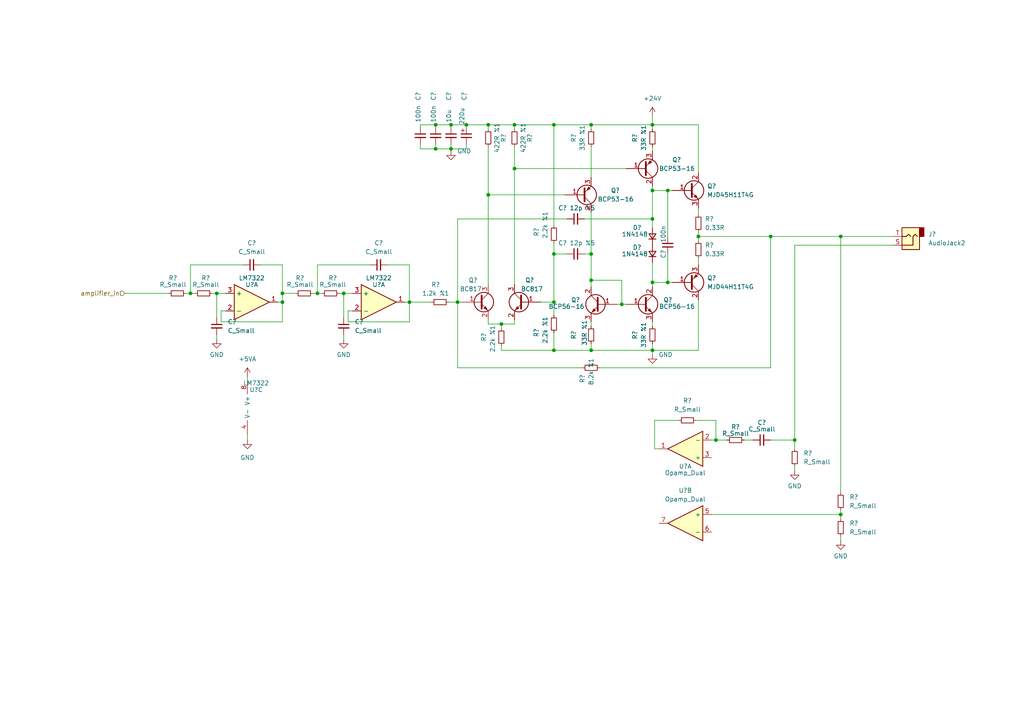
<source format=kicad_sch>
(kicad_sch (version 20211123) (generator eeschema)
  (paper "A4")
  (lib_symbols
    (symbol "Connector:AudioJack2"
      (property "Reference" "J" (at 0 8.89 0))
      (property "Value" "AudioJack2" (at 0 6.35 0))
      (symbol "AudioJack2_0_1"
        (rectangle (start -3.81 0) (end -2.54 -2.54) (stroke (width 0.254)) (fill (type outline)))
        (rectangle (start -2.54 3.81) (end 2.54 -2.54) (stroke (width 0.254)) (fill (type background)))
        (polyline (pts (xy 0 0) (xy 0.635 -0.635) (xy 1.27 0) (xy 2.54 0)) (stroke (width 0.254)))
        (polyline (pts (xy 2.54 2.54) (xy -0.635 2.54) (xy -0.635 0) (xy -1.27 -0.635) (xy -1.905 0)) (stroke (width 0.254)))
      )
      (symbol "AudioJack2_1_1"
        (pin passive line (at 5.08 2.54 180) (length 2.54) (name "~") (number "S"))
        (pin passive line (at 5.08 0 180) (length 2.54) (name "~") (number "T"))
      )
    )
    (symbol "Device:C_Small" (pin_numbers hide) (pin_names (offset 0.254) hide)
      (property "Reference" "C" (at 0.254 1.778 0))
      (property "Value" "C_Small" (at 0.254 -2.032 0))
      (symbol "C_Small_0_1"
        (polyline (pts (xy -1.524 -0.508) (xy 1.524 -0.508)) (stroke (width 0.3302)))
        (polyline (pts (xy -1.524 0.508) (xy 1.524 0.508)) (stroke (width 0.3048)))
      )
      (symbol "C_Small_1_1"
        (pin passive line (at 0 2.54 270) (length 2.032) (name "~") (number "1"))
        (pin passive line (at 0 -2.54 90) (length 2.032) (name "~") (number "2"))
      )
    )
    (symbol "Device:D_Small" (pin_numbers hide) (pin_names (offset 0.254) hide)
      (property "Reference" "D" (at -1.27 2.032 0))
      (property "Value" "D_Small" (at -3.81 -2.032 0))
      (symbol "D_Small_0_1"
        (polyline (pts (xy -0.762 -1.016) (xy -0.762 1.016)) (stroke (width 0.254)))
        (polyline (pts (xy -0.762 0) (xy 0.762 0)))
        (polyline (pts (xy 0.762 -1.016) (xy -0.762 0) (xy 0.762 1.016) (xy 0.762 -1.016)) (stroke (width 0.254)))
      )
      (symbol "D_Small_1_1"
        (pin passive line (at -2.54 0 0) (length 1.778) (name "K") (number "1"))
        (pin passive line (at 2.54 0 180) (length 1.778) (name "A") (number "2"))
      )
    )
    (symbol "Device:Opamp_Dual"
      (property "Reference" "U" (at 0 5.08 0))
      (property "Value" "Opamp_Dual" (at 0 -5.08 0))
      (symbol "Opamp_Dual_1_1"
        (polyline (pts (xy -5.08 5.08) (xy 5.08 0) (xy -5.08 -5.08) (xy -5.08 5.08)) (stroke (width 0.254)) (fill (type background)))
        (pin output line (at 7.62 0 180) (length 2.54) (name "~") (number "1"))
        (pin input line (at -7.62 -2.54 0) (length 2.54) (name "-") (number "2"))
        (pin input line (at -7.62 2.54 0) (length 2.54) (name "+") (number "3"))
      )
      (symbol "Opamp_Dual_2_1"
        (polyline (pts (xy -5.08 5.08) (xy 5.08 0) (xy -5.08 -5.08) (xy -5.08 5.08)) (stroke (width 0.254)) (fill (type background)))
        (pin input line (at -7.62 2.54 0) (length 2.54) (name "+") (number "5"))
        (pin input line (at -7.62 -2.54 0) (length 2.54) (name "-") (number "6"))
        (pin output line (at 7.62 0 180) (length 2.54) (name "~") (number "7"))
      )
      (symbol "Opamp_Dual_3_1"
        (pin power_in line (at -2.54 -7.62 90) (length 3.81) (name "V-") (number "4"))
        (pin power_in line (at -2.54 7.62 270) (length 3.81) (name "V+") (number "8"))
      )
    )
    (symbol "Device:Q_NPN_BCE" (pin_names (offset 0) hide)
      (property "Reference" "Q" (at 5.08 1.27 0))
      (property "Value" "Q_NPN_BCE" (at 5.08 -1.27 0))
      (symbol "Q_NPN_BCE_0_1"
        (polyline (pts (xy 0.635 0.635) (xy 2.54 2.54)))
        (polyline (pts (xy 0.635 -0.635) (xy 2.54 -2.54) (xy 2.54 -2.54)))
        (polyline (pts (xy 0.635 1.905) (xy 0.635 -1.905) (xy 0.635 -1.905)) (stroke (width 0.508)))
        (polyline (pts (xy 1.27 -1.778) (xy 1.778 -1.27) (xy 2.286 -2.286) (xy 1.27 -1.778) (xy 1.27 -1.778)) (fill (type outline)))
        (circle (center 1.27 0) (radius 2.8194) (stroke (width 0.254)))
      )
      (symbol "Q_NPN_BCE_1_1"
        (pin input line (at -5.08 0 0) (length 5.715) (name "B") (number "1"))
        (pin passive line (at 2.54 5.08 270) (length 2.54) (name "C") (number "2"))
        (pin passive line (at 2.54 -5.08 90) (length 2.54) (name "E") (number "3"))
      )
    )
    (symbol "Device:Q_PNP_BCE" (pin_names (offset 0) hide)
      (property "Reference" "Q" (at 5.08 1.27 0))
      (property "Value" "Q_PNP_BCE" (at 5.08 -1.27 0))
      (symbol "Q_PNP_BCE_0_1"
        (polyline (pts (xy 0.635 0.635) (xy 2.54 2.54)))
        (polyline (pts (xy 0.635 -0.635) (xy 2.54 -2.54) (xy 2.54 -2.54)))
        (polyline (pts (xy 0.635 1.905) (xy 0.635 -1.905) (xy 0.635 -1.905)) (stroke (width 0.508)))
        (polyline (pts (xy 2.286 -1.778) (xy 1.778 -2.286) (xy 1.27 -1.27) (xy 2.286 -1.778) (xy 2.286 -1.778)) (fill (type outline)))
        (circle (center 1.27 0) (radius 2.8194) (stroke (width 0.254)))
      )
      (symbol "Q_PNP_BCE_1_1"
        (pin input line (at -5.08 0 0) (length 5.715) (name "B") (number "1"))
        (pin passive line (at 2.54 5.08 270) (length 2.54) (name "C") (number "2"))
        (pin passive line (at 2.54 -5.08 90) (length 2.54) (name "E") (number "3"))
      )
    )
    (symbol "Device:R_Small" (pin_numbers hide) (pin_names (offset 0.254) hide)
      (property "Reference" "R" (at 0.762 0.508 0))
      (property "Value" "R_Small" (at 0.762 -1.016 0))
      (symbol "R_Small_0_1"
        (rectangle (start -0.762 1.778) (end 0.762 -1.778) (stroke (width 0.2032)))
      )
      (symbol "R_Small_1_1"
        (pin passive line (at 0 2.54 270) (length 0.762) (name "~") (number "1"))
        (pin passive line (at 0 -2.54 90) (length 0.762) (name "~") (number "2"))
      )
    )
    (symbol "LibreSolar:CP" (pin_numbers hide) (pin_names (offset 0.254) hide)
      (property "Reference" "C" (at 0.635 1.905 0))
      (property "Value" "CP" (at 0.635 -1.905 0))
      (symbol "CP_0_0"
        (polyline (pts (xy -1.524 -0.508) (xy 1.524 -0.508)) (stroke (width 0.3048)))
        (polyline (pts (xy -1.524 0.508) (xy 1.524 0.508)) (stroke (width 0.3048)))
      )
      (symbol "CP_0_1"
        (polyline (pts (xy -1.524 1.524) (xy -0.508 1.524)))
        (polyline (pts (xy -1.016 1.016) (xy -1.016 2.032)))
      )
      (symbol "CP_1_1"
        (pin passive line (at 0 2.54 270) (length 2.032) (name "~") (number "1"))
        (pin passive line (at 0 -2.54 90) (length 2.032) (name "~") (number "2"))
      )
    )
    (symbol "Transistor_BJT:BC817" (pin_names (offset 0) hide)
      (property "Reference" "Q" (at 5.08 1.905 0))
      (property "Value" "BC817" (at 5.08 0 0))
      (symbol "BC817_0_1"
        (polyline (pts (xy 0.635 0.635) (xy 2.54 2.54)))
        (polyline (pts (xy 0.635 -0.635) (xy 2.54 -2.54) (xy 2.54 -2.54)))
        (polyline (pts (xy 0.635 1.905) (xy 0.635 -1.905) (xy 0.635 -1.905)) (stroke (width 0.508)))
        (polyline (pts (xy 1.27 -1.778) (xy 1.778 -1.27) (xy 2.286 -2.286) (xy 1.27 -1.778) (xy 1.27 -1.778)) (fill (type outline)))
        (circle (center 1.27 0) (radius 2.8194) (stroke (width 0.254)))
      )
      (symbol "BC817_1_1"
        (pin input line (at -5.08 0 0) (length 5.715) (name "B") (number "1"))
        (pin passive line (at 2.54 -5.08 90) (length 2.54) (name "E") (number "2"))
        (pin passive line (at 2.54 5.08 270) (length 2.54) (name "C") (number "3"))
      )
    )
    (symbol "Transistor_BJT:BCP53" (pin_names (offset 0) hide)
      (property "Reference" "Q" (at 5.08 1.905 0))
      (property "Value" "BCP53" (at 5.08 0 0))
      (symbol "BCP53_0_1"
        (polyline (pts (xy 0.635 0.635) (xy 2.54 2.54)))
        (polyline (pts (xy 0.635 -0.635) (xy 2.54 -2.54) (xy 2.54 -2.54)))
        (polyline (pts (xy 0.635 1.905) (xy 0.635 -1.905) (xy 0.635 -1.905)) (stroke (width 0.508)))
        (polyline (pts (xy 2.286 -1.778) (xy 1.778 -2.286) (xy 1.27 -1.27) (xy 2.286 -1.778) (xy 2.286 -1.778)) (fill (type outline)))
        (circle (center 1.27 0) (radius 2.8194) (stroke (width 0.254)))
      )
      (symbol "BCP53_1_1"
        (pin input line (at -5.08 0 0) (length 5.715) (name "B") (number "1"))
        (pin passive line (at 2.54 5.08 270) (length 2.54) (name "C") (number "2"))
        (pin passive line (at 2.54 -5.08 90) (length 2.54) (name "E") (number "3"))
        (pin passive line (at 2.54 5.08 270) (length 2.54) hide (name "C") (number "4"))
      )
    )
    (symbol "Transistor_BJT:BCP56" (pin_names (offset 0) hide)
      (property "Reference" "Q" (at 5.08 1.905 0))
      (property "Value" "BCP56" (at 5.08 0 0))
      (symbol "BCP56_0_1"
        (polyline (pts (xy 0.635 0.635) (xy 2.54 2.54)))
        (polyline (pts (xy 0.635 -0.635) (xy 2.54 -2.54) (xy 2.54 -2.54)))
        (polyline (pts (xy 0.635 1.905) (xy 0.635 -1.905) (xy 0.635 -1.905)) (stroke (width 0.508)))
        (polyline (pts (xy 1.27 -1.778) (xy 1.778 -1.27) (xy 2.286 -2.286) (xy 1.27 -1.778) (xy 1.27 -1.778)) (fill (type outline)))
        (circle (center 1.27 0) (radius 2.8194) (stroke (width 0.254)))
      )
      (symbol "BCP56_1_1"
        (pin input line (at -5.08 0 0) (length 5.715) (name "B") (number "1"))
        (pin passive line (at 2.54 5.08 270) (length 2.54) (name "C") (number "2"))
        (pin passive line (at 2.54 -5.08 90) (length 2.54) (name "E") (number "3"))
        (pin passive line (at 2.54 5.08 270) (length 2.54) hide (name "C") (number "4"))
      )
    )
    (symbol "power:+24V" (power) (pin_names (offset 0))
      (property "Value" "+24V" (at 0 3.556 0))
      (symbol "+24V_0_1"
        (polyline (pts (xy -0.762 1.27) (xy 0 2.54)))
        (polyline (pts (xy 0 0) (xy 0 2.54)))
        (polyline (pts (xy 0 2.54) (xy 0.762 1.27)))
      )
      (symbol "+24V_1_1"
        (pin power_in line (at 0 0 90) (length 0) hide (name "+24V") (number "1"))
      )
    )
    (symbol "power:+5VA" (power) (pin_names (offset 0))
      (property "Value" "+5VA" (at 0 3.556 0))
      (symbol "+5VA_0_1"
        (polyline (pts (xy -0.762 1.27) (xy 0 2.54)))
        (polyline (pts (xy 0 0) (xy 0 2.54)))
        (polyline (pts (xy 0 2.54) (xy 0.762 1.27)))
      )
      (symbol "+5VA_1_1"
        (pin power_in line (at 0 0 90) (length 0) hide (name "+5VA") (number "1"))
      )
    )
    (symbol "power:GND" (power) (pin_names (offset 0))
      (property "Value" "GND" (at 0 -3.81 0))
      (symbol "GND_0_1"
        (polyline (pts (xy 0 0) (xy 0 -1.27) (xy 1.27 -1.27) (xy 0 -2.54) (xy -1.27 -1.27) (xy 0 -1.27)))
      )
      (symbol "GND_1_1"
        (pin power_in line (at 0 0 270) (length 0) hide (name "GND") (number "1"))
      )
    )
  )
  (junction (at 189.23 36.195))
  (junction (at 230.505 127.635))
  (junction (at 149.225 36.195))
  (junction (at 141.605 56.515))
  (junction (at 160.655 87.63))
  (junction (at 92.075 85.09))
  (junction (at 55.245 85.09))
  (junction (at 118.745 87.63))
  (junction (at 130.81 43.18))
  (junction (at 160.655 73.66))
  (junction (at 145.415 93.98))
  (junction (at 189.23 55.245))
  (junction (at 207.645 127.635))
  (junction (at 189.23 101.6))
  (junction (at 223.52 68.58))
  (junction (at 243.84 149.225))
  (junction (at 130.81 36.195))
  (junction (at 171.45 101.6))
  (junction (at 99.695 85.09))
  (junction (at 62.865 85.09))
  (junction (at 141.605 36.195))
  (junction (at 171.45 73.66))
  (junction (at 193.675 81.915))
  (junction (at 189.23 63.5))
  (junction (at 149.225 48.895))
  (junction (at 180.34 88.265))
  (junction (at 171.45 36.195))
  (junction (at 126.365 43.18))
  (junction (at 81.915 87.63))
  (junction (at 81.915 85.09))
  (junction (at 126.365 36.195))
  (junction (at 202.565 68.58))
  (junction (at 160.655 36.195))
  (junction (at 135.255 36.195))
  (junction (at 171.45 81.28))
  (junction (at 160.655 101.6))
  (junction (at 193.675 55.245))
  (junction (at 243.84 68.58))
  (junction (at 189.23 81.915))
  (junction (at 132.715 87.63))
  (wire (pts (xy 141.605 37.465) (xy 141.605 36.195)))
  (wire (pts (xy 189.23 36.195) (xy 202.565 36.195)))
  (wire (pts (xy 99.695 85.09) (xy 99.695 92.075)))
  (wire (pts (xy 243.84 68.58) (xy 259.08 68.58)))
  (wire (pts (xy 171.45 73.66) (xy 171.45 81.28)))
  (wire (pts (xy 135.255 43.18) (xy 130.81 43.18)))
  (wire (pts (xy 135.255 36.195) (xy 130.81 36.195)))
  (wire (pts (xy 189.23 81.915) (xy 193.675 81.915)))
  (wire (pts (xy 141.605 42.545) (xy 141.605 56.515)))
  (wire (pts (xy 164.465 63.5) (xy 132.715 63.5)))
  (wire (pts (xy 160.655 70.485) (xy 160.655 73.66)))
  (wire (pts (xy 230.505 135.255) (xy 230.505 136.525)))
  (wire (pts (xy 171.45 93.345) (xy 171.45 94.615)))
  (wire (pts (xy 130.81 36.195) (xy 126.365 36.195)))
  (wire (pts (xy 92.075 76.835) (xy 92.075 85.09)))
  (wire (pts (xy 202.565 36.195) (xy 202.565 50.165)))
  (wire (pts (xy 171.45 101.6) (xy 189.23 101.6)))
  (wire (pts (xy 243.84 155.575) (xy 243.84 156.845)))
  (wire (pts (xy 243.84 149.225) (xy 243.84 150.495)))
  (wire (pts (xy 62.865 85.09) (xy 62.865 92.075)))
  (wire (pts (xy 149.225 93.98) (xy 149.225 92.71)))
  (wire (pts (xy 189.23 55.245) (xy 193.675 55.245)))
  (wire (pts (xy 141.605 36.195) (xy 149.225 36.195)))
  (wire (pts (xy 145.415 100.33) (xy 145.415 101.6)))
  (wire (pts (xy 189.23 81.915) (xy 189.23 83.185)))
  (wire (pts (xy 160.655 36.195) (xy 160.655 65.405)))
  (wire (pts (xy 230.505 71.12) (xy 259.08 71.12)))
  (wire (pts (xy 149.225 48.895) (xy 181.61 48.895)))
  (wire (pts (xy 132.715 106.68) (xy 168.91 106.68)))
  (wire (pts (xy 179.07 88.265) (xy 180.34 88.265)))
  (wire (pts (xy 189.23 99.695) (xy 189.23 101.6)))
  (wire (pts (xy 202.565 74.93) (xy 202.565 76.835)))
  (wire (pts (xy 130.81 43.18) (xy 130.81 43.815)))
  (wire (pts (xy 206.375 149.225) (xy 243.84 149.225)))
  (wire (pts (xy 55.245 76.835) (xy 55.245 85.09)))
  (wire (pts (xy 202.565 60.325) (xy 202.565 62.23)))
  (wire (pts (xy 130.81 43.18) (xy 126.365 43.18)))
  (wire (pts (xy 189.23 101.6) (xy 189.23 102.87)))
  (wire (pts (xy 145.415 95.25) (xy 145.415 93.98)))
  (wire (pts (xy 193.675 55.245) (xy 194.945 55.245)))
  (wire (pts (xy 36.195 85.09) (xy 48.895 85.09)))
  (wire (pts (xy 149.225 48.895) (xy 149.225 82.55)))
  (wire (pts (xy 189.23 53.975) (xy 189.23 55.245)))
  (wire (pts (xy 62.865 97.155) (xy 62.865 98.425)))
  (wire (pts (xy 81.915 87.63) (xy 80.645 87.63)))
  (wire (pts (xy 55.245 85.09) (xy 56.515 85.09)))
  (wire (pts (xy 243.84 147.955) (xy 243.84 149.225)))
  (wire (pts (xy 135.255 41.91) (xy 135.255 43.18)))
  (wire (pts (xy 189.23 55.245) (xy 189.23 63.5)))
  (wire (pts (xy 64.135 93.345) (xy 81.915 93.345)))
  (wire (pts (xy 201.93 121.92) (xy 207.645 121.92)))
  (wire (pts (xy 206.375 127.635) (xy 207.645 127.635)))
  (wire (pts (xy 180.34 88.265) (xy 181.61 88.265)))
  (wire (pts (xy 149.225 42.545) (xy 149.225 48.895)))
  (wire (pts (xy 149.225 36.195) (xy 160.655 36.195)))
  (wire (pts (xy 92.075 85.09) (xy 90.805 85.09)))
  (wire (pts (xy 65.405 90.17) (xy 64.135 90.17)))
  (wire (pts (xy 135.255 36.195) (xy 135.255 36.83)))
  (wire (pts (xy 160.655 73.66) (xy 164.465 73.66)))
  (wire (pts (xy 202.565 68.58) (xy 202.565 69.85)))
  (wire (pts (xy 130.81 41.91) (xy 130.81 43.18)))
  (wire (pts (xy 160.655 101.6) (xy 171.45 101.6)))
  (wire (pts (xy 193.675 73.66) (xy 193.675 81.915)))
  (wire (pts (xy 100.965 90.17) (xy 100.965 93.345)))
  (wire (pts (xy 145.415 101.6) (xy 160.655 101.6)))
  (wire (pts (xy 81.915 76.835) (xy 81.915 85.09)))
  (wire (pts (xy 141.605 36.195) (xy 135.255 36.195)))
  (wire (pts (xy 107.315 76.835) (xy 92.075 76.835)))
  (wire (pts (xy 118.745 76.835) (xy 118.745 87.63)))
  (wire (pts (xy 64.135 90.17) (xy 64.135 93.345)))
  (wire (pts (xy 98.425 85.09) (xy 99.695 85.09)))
  (wire (pts (xy 100.965 93.345) (xy 118.745 93.345)))
  (wire (pts (xy 207.645 121.92) (xy 207.645 127.635)))
  (wire (pts (xy 62.865 85.09) (xy 65.405 85.09)))
  (wire (pts (xy 243.84 68.58) (xy 243.84 142.875)))
  (wire (pts (xy 189.865 121.92) (xy 189.865 130.175)))
  (wire (pts (xy 207.645 127.635) (xy 210.82 127.635)))
  (wire (pts (xy 189.23 36.195) (xy 189.23 37.465)))
  (wire (pts (xy 81.915 85.09) (xy 85.725 85.09)))
  (wire (pts (xy 102.235 90.17) (xy 100.965 90.17)))
  (wire (pts (xy 141.605 93.98) (xy 145.415 93.98)))
  (wire (pts (xy 171.45 42.545) (xy 171.45 51.435)))
  (wire (pts (xy 171.45 61.595) (xy 171.45 73.66)))
  (wire (pts (xy 160.655 96.52) (xy 160.655 101.6)))
  (wire (pts (xy 99.695 97.155) (xy 99.695 98.425)))
  (wire (pts (xy 196.85 121.92) (xy 189.865 121.92)))
  (wire (pts (xy 171.45 81.28) (xy 171.45 83.185)))
  (wire (pts (xy 92.075 85.09) (xy 93.345 85.09)))
  (wire (pts (xy 61.595 85.09) (xy 62.865 85.09)))
  (wire (pts (xy 149.225 36.195) (xy 149.225 37.465)))
  (wire (pts (xy 81.915 93.345) (xy 81.915 87.63)))
  (wire (pts (xy 132.715 87.63) (xy 133.985 87.63)))
  (wire (pts (xy 171.45 36.195) (xy 171.45 37.465)))
  (wire (pts (xy 223.52 106.68) (xy 223.52 68.58)))
  (wire (pts (xy 130.81 36.195) (xy 130.81 36.83)))
  (wire (pts (xy 202.565 86.995) (xy 202.565 101.6)))
  (wire (pts (xy 169.545 73.66) (xy 171.45 73.66)))
  (wire (pts (xy 189.23 42.545) (xy 189.23 43.815)))
  (wire (pts (xy 112.395 76.835) (xy 118.745 76.835)))
  (wire (pts (xy 171.45 99.695) (xy 171.45 101.6)))
  (wire (pts (xy 215.9 127.635) (xy 218.44 127.635)))
  (wire (pts (xy 160.655 36.195) (xy 171.45 36.195)))
  (wire (pts (xy 126.365 36.195) (xy 126.365 36.83)))
  (wire (pts (xy 71.755 125.73) (xy 71.755 127.635)))
  (wire (pts (xy 230.505 127.635) (xy 230.505 130.175)))
  (wire (pts (xy 193.675 81.915) (xy 194.945 81.915)))
  (wire (pts (xy 173.99 106.68) (xy 223.52 106.68)))
  (wire (pts (xy 81.915 85.09) (xy 81.915 87.63)))
  (wire (pts (xy 121.92 41.91) (xy 121.92 43.18)))
  (wire (pts (xy 141.605 93.98) (xy 141.605 92.71)))
  (wire (pts (xy 189.865 130.175) (xy 191.135 130.175)))
  (wire (pts (xy 180.34 81.28) (xy 180.34 88.265)))
  (wire (pts (xy 223.52 127.635) (xy 230.505 127.635)))
  (wire (pts (xy 223.52 68.58) (xy 202.565 68.58)))
  (wire (pts (xy 171.45 81.28) (xy 180.34 81.28)))
  (wire (pts (xy 156.845 87.63) (xy 160.655 87.63)))
  (wire (pts (xy 193.675 55.245) (xy 193.675 68.58)))
  (wire (pts (xy 145.415 93.98) (xy 149.225 93.98)))
  (wire (pts (xy 126.365 41.91) (xy 126.365 43.18)))
  (wire (pts (xy 189.23 76.2) (xy 189.23 81.915)))
  (wire (pts (xy 132.715 87.63) (xy 132.715 106.68)))
  (wire (pts (xy 121.92 36.83) (xy 121.92 36.195)))
  (wire (pts (xy 99.695 85.09) (xy 102.235 85.09)))
  (wire (pts (xy 121.92 36.195) (xy 126.365 36.195)))
  (wire (pts (xy 230.505 71.12) (xy 230.505 127.635)))
  (wire (pts (xy 70.485 76.835) (xy 55.245 76.835)))
  (wire (pts (xy 141.605 56.515) (xy 163.83 56.515)))
  (wire (pts (xy 189.23 101.6) (xy 202.565 101.6)))
  (wire (pts (xy 118.745 93.345) (xy 118.745 87.63)))
  (wire (pts (xy 71.755 109.22) (xy 71.755 110.49)))
  (wire (pts (xy 55.245 85.09) (xy 53.975 85.09)))
  (wire (pts (xy 132.715 63.5) (xy 132.715 87.63)))
  (wire (pts (xy 171.45 36.195) (xy 189.23 36.195)))
  (wire (pts (xy 189.23 33.655) (xy 189.23 36.195)))
  (wire (pts (xy 160.655 87.63) (xy 160.655 91.44)))
  (wire (pts (xy 121.92 43.18) (xy 126.365 43.18)))
  (wire (pts (xy 223.52 68.58) (xy 243.84 68.58)))
  (wire (pts (xy 141.605 56.515) (xy 141.605 82.55)))
  (wire (pts (xy 75.565 76.835) (xy 81.915 76.835)))
  (wire (pts (xy 118.745 87.63) (xy 117.475 87.63)))
  (wire (pts (xy 118.745 87.63) (xy 125.095 87.63)))
  (wire (pts (xy 189.23 93.345) (xy 189.23 94.615)))
  (wire (pts (xy 160.655 73.66) (xy 160.655 87.63)))
  (wire (pts (xy 202.565 67.31) (xy 202.565 68.58)))
  (wire (pts (xy 169.545 63.5) (xy 189.23 63.5)))
  (wire (pts (xy 189.23 63.5) (xy 189.23 66.04)))
  (wire (pts (xy 130.175 87.63) (xy 132.715 87.63)))
  (hierarchical_label "amplifier_in" (shape input) (at 36.195 85.09 180))
  (symbol (lib_id "Device:C_Small") (at 73.025 76.835 90) (unit 1)
    (property "Reference" "C?" (at 73.0313 70.485 90))
    (property "Value" "C_Small" (at 73.0313 73.025 90))
  )
  (symbol (lib_id "Device:C_Small") (at 126.365 39.37 0) (unit 1)
    (property "Reference" "C?" (at 125.73 29.21 90) (effects (justify left)))
    (property "Value" "100n" (at 125.73 35.56 90) (effects (justify left)))
  )
  (symbol (lib_id "Transistor_BJT:BCP53") (at 168.91 56.515 0) (mirror x) (unit 1)
    (property "Reference" "Q?" (at 177.165 55.245 0) (effects (justify left)))
    (property "Value" "BCP53-16" (at 173.355 57.785 0) (effects (justify left)))
    (property "Footprint" "Package_TO_SOT_SMD:SOT-223-3_TabPin2" (effects hide))
    (property "Datasheet" "http://www.onsemi.com/pub_link/Collateral/BCP53T1-D.PDF" (effects hide))
  )
  (symbol (lib_id "Device:R_Small") (at 199.39 121.92 90) (unit 1)
    (property "Reference" "R?" (at 199.39 116.205 90))
    (property "Value" "R_Small" (at 199.39 118.745 90))
  )
  (symbol (lib_id "Device:Opamp_Dual") (at 198.755 130.175 180) (unit 1)
    (property "Reference" "U?" (at 198.755 135.255 0))
    (property "Value" "Opamp_Dual" (at 198.755 137.16 0))
  )
  (symbol (lib_id "Device:R_Small") (at 243.84 153.035 0) (unit 1)
    (property "Reference" "R?" (at 246.38 151.7649 0) (effects (justify left)))
    (property "Value" "R_Small" (at 246.38 154.3049 0) (effects (justify left)))
  )
  (symbol (lib_id "Device:R_Small") (at 171.45 106.68 270) (unit 1)
    (property "Reference" "R?" (at 168.91 111.125 0) (effects (justify right)))
    (property "Value" "8.2k %1" (at 171.45 111.76 0) (effects (justify right)))
    (property "Footprint" "Resistor_SMD:R_0603_1608Metric_Pad0.98x0.95mm_HandSolder" (effects hide))
    (property "Link" "https://ozdisan.com/passive-components/resistors/smt-smd-and-chip-resistors/0603SAF8201T5E" (effects hide))
    (property "Price" "0.00221" (effects hide))
  )
  (symbol (lib_id "Transistor_BJT:BC817") (at 151.765 87.63 0) (mirror y) (unit 1)
    (property "Reference" "Q?" (at 154.94 81.28 0) (effects (justify left)))
    (property "Value" "BC817" (at 157.48 83.82 0) (effects (justify left)))
    (property "Footprint" "Package_TO_SOT_SMD:SOT-23" (effects hide))
    (property "Link" "https://ozdisan.com/power-semiconductors/transistors/discrete-transistors/BC817-40215" (effects hide))
    (property "Price" "0.04868" (effects hide))
  )
  (symbol (lib_id "Device:C_Small") (at 167.005 73.66 90) (unit 1)
    (property "Reference" "C?" (at 163.195 70.485 90))
    (property "Value" "12p %5" (at 168.91 70.485 90))
    (property "Footprint" "Capacitor_SMD:C_0603_1608Metric_Pad1.08x0.95mm_HandSolder" (effects hide))
    (property "Link" "https://ozdisan.com/passive-components/capacitors/smt-smd-and-mlcc-capacitors/CL10C120JB8NNNC" (effects hide))
    (property "Price" "0.00532" (effects hide))
  )
  (symbol (lib_id "Device:Q_PNP_BCE") (at 200.025 81.915 0) (mirror x) (unit 1)
    (property "Reference" "Q?" (at 205.105 80.6449 0) (effects (justify left)))
    (property "Value" "MJD44H11T4G" (at 205.105 83.1849 0) (effects (justify left)))
  )
  (symbol (lib_id "Device:R_Small") (at 189.23 40.005 180) (unit 1)
    (property "Reference" "R?" (at 184.15 40.005 90))
    (property "Value" "33R %1" (at 186.69 40.005 90))
    (property "Footprint" "Resistor_SMD:R_0603_1608Metric_Pad0.98x0.95mm_HandSolder" (effects hide))
    (property "Link" "https://ozdisan.com/passive-components/resistors/smt-smd-and-chip-resistors/0603SAF330JT5E" (effects hide))
    (property "Price" "0.00221" (effects hide))
  )
  (symbol (lib_id "Device:Opamp_Dual") (at 74.295 118.11 0) (unit 3)
    (property "Reference" "U?" (at 74.295 113.03 0))
    (property "Value" "LM7322" (at 74.295 111.125 0))
  )
  (symbol (lib_id "Device:Opamp_Dual") (at 73.025 87.63 0) (unit 1)
    (property "Reference" "U?" (at 73.025 82.55 0))
    (property "Value" "LM7322" (at 73.025 80.645 0))
  )
  (symbol (lib_id "Device:C_Small") (at 99.695 94.615 0) (unit 1)
    (property "Reference" "C?" (at 102.87 93.3512 0) (effects (justify left)))
    (property "Value" "C_Small" (at 102.87 95.8912 0) (effects (justify left)))
  )
  (symbol (lib_id "power:GND") (at 189.23 102.87 0) (unit 1)
    (property "Reference" "#PWR?" (effects hide))
    (property "Value" "GND" (at 193.04 102.87 0))
  )
  (symbol (lib_id "Device:R_Small") (at 160.655 93.98 180) (unit 1)
    (property "Reference" "R?" (at 155.575 97.79 90) (effects (justify right)))
    (property "Value" "2.2k %1" (at 158.115 99.695 90) (effects (justify right)))
    (property "Footprint" "Resistor_SMD:R_0603_1608Metric_Pad0.98x0.95mm_HandSolder" (effects hide))
    (property "Link" "https://ozdisan.com/passive-components/resistors/smt-smd-and-chip-resistors/0603SAF2201T5E" (effects hide))
    (property "Price" "0.00221" (effects hide))
  )
  (symbol (lib_id "Device:Q_NPN_BCE") (at 200.025 55.245 0) (unit 1)
    (property "Reference" "Q?" (at 205.105 53.9749 0) (effects (justify left)))
    (property "Value" "MJD45H11T4G" (at 205.105 56.5149 0) (effects (justify left)))
  )
  (symbol (lib_id "power:GND") (at 71.755 127.635 0) (unit 1)
    (property "Reference" "#PWR?" (effects hide))
    (property "Value" "GND" (at 71.755 132.715 0))
  )
  (symbol (lib_id "Device:R_Small") (at 149.225 40.005 180) (unit 1)
    (property "Reference" "R?" (at 153.67 40.005 90))
    (property "Value" "422R %1" (at 151.765 40.005 90))
    (property "Footprint" "Resistor_SMD:R_0603_1608Metric_Pad0.98x0.95mm_HandSolder" (effects hide))
    (property "Link" "https://ozdisan.com/passive-components/resistors/smt-smd-and-chip-resistors/RK73H1JT4220F" (effects hide))
    (property "Price" "0.00364" (effects hide))
  )
  (symbol (lib_id "Device:C_Small") (at 193.675 71.12 180) (unit 1)
    (property "Reference" "C?" (at 192.405 72.39 90) (effects (justify left)))
    (property "Value" "100n" (at 192.405 65.405 90) (effects (justify left)))
    (property "Footprint" "Capacitor_SMD:C_0603_1608Metric_Pad1.08x0.95mm_HandSolder" (effects hide))
    (property "Link" "https://ozdisan.com/passive-components/capacitors/smt-smd-and-mlcc-capacitors/CL10B104KB8NNNC" (effects hide))
    (property "Price" "0.00448" (effects hide))
  )
  (symbol (lib_id "Device:R_Small") (at 213.36 127.635 90) (unit 1)
    (property "Reference" "R?" (at 213.36 123.825 90))
    (property "Value" "R_Small" (at 213.36 125.73 90))
  )
  (symbol (lib_id "Device:R_Small") (at 51.435 85.09 90) (unit 1)
    (property "Reference" "R?" (at 50.165 80.645 90))
    (property "Value" "R_Small" (at 50.165 82.55 90))
  )
  (symbol (lib_id "Device:R_Small") (at 202.565 64.77 0) (unit 1)
    (property "Reference" "R?" (at 204.47 63.4999 0) (effects (justify left)))
    (property "Value" "0.33R" (at 204.47 66.0399 0) (effects (justify left)))
    (property "Footprint" "Resistor_SMD:R_2512_6332Metric_Pad1.40x3.35mm_HandSolder" (effects hide))
    (property "Link" "https://ozdisan.com/passive-components/resistors/smt-smd-and-chip-resistors/25121WF330LT4E" (effects hide))
    (property "Price" "0.10712" (effects hide))
  )
  (symbol (lib_id "power:GND") (at 130.81 43.815 0) (unit 1)
    (property "Reference" "#PWR?" (effects hide))
    (property "Value" "GND" (at 134.62 43.815 0))
  )
  (symbol (lib_id "Device:R_Small") (at 171.45 97.155 180) (unit 1)
    (property "Reference" "R?" (at 166.37 97.155 90))
    (property "Value" "33R %1" (at 169.545 96.52 90))
    (property "Footprint" "Resistor_SMD:R_0603_1608Metric_Pad0.98x0.95mm_HandSolder" (effects hide))
    (property "Link" "https://ozdisan.com/passive-components/resistors/smt-smd-and-chip-resistors/0603SAF330JT5E" (effects hide))
    (property "Price" "0.00221" (effects hide))
  )
  (symbol (lib_id "Device:R_Small") (at 145.415 97.79 180) (unit 1)
    (property "Reference" "R?" (at 140.335 99.06 90) (effects (justify right)))
    (property "Value" "2.2k %1" (at 142.875 102.235 90) (effects (justify right)))
    (property "Footprint" "Resistor_SMD:R_0603_1608Metric_Pad0.98x0.95mm_HandSolder" (effects hide))
    (property "Link" "https://ozdisan.com/passive-components/resistors/smt-smd-and-chip-resistors/0603SAF2201T5E" (effects hide))
    (property "Price" "0.00221" (effects hide))
  )
  (symbol (lib_id "power:GND") (at 99.695 98.425 0) (unit 1)
    (property "Reference" "#PWR?" (effects hide))
    (property "Value" "GND" (at 99.695 102.87 0))
  )
  (symbol (lib_id "Device:R_Small") (at 95.885 85.09 90) (unit 1)
    (property "Reference" "R?" (at 96.52 80.645 90))
    (property "Value" "R_Small" (at 96.52 82.55 90))
  )
  (symbol (lib_id "Transistor_BJT:BC817") (at 139.065 87.63 0) (unit 1)
    (property "Reference" "Q?" (at 135.89 81.28 0) (effects (justify left)))
    (property "Value" "BC817" (at 133.35 83.82 0) (effects (justify left)))
    (property "Footprint" "Package_TO_SOT_SMD:SOT-23" (effects hide))
    (property "Link" "https://ozdisan.com/power-semiconductors/transistors/discrete-transistors/BC817-40215" (effects hide))
    (property "Price" "0.04868" (effects hide))
  )
  (symbol (lib_id "Device:Opamp_Dual") (at 109.855 87.63 0) (unit 1)
    (property "Reference" "U?" (at 109.855 82.55 0))
    (property "Value" "LM7322" (at 109.855 80.645 0))
  )
  (symbol (lib_id "Device:R_Small") (at 88.265 85.09 90) (unit 1)
    (property "Reference" "R?" (at 86.995 80.645 90))
    (property "Value" "R_Small" (at 86.995 82.55 90))
  )
  (symbol (lib_id "Connector:AudioJack2") (at 264.16 68.58 180) (unit 1)
    (property "Reference" "J?" (at 269.24 67.9449 0) (effects (justify right)))
    (property "Value" "AudioJack2" (at 269.24 70.4849 0) (effects (justify right)))
  )
  (symbol (lib_id "power:GND") (at 230.505 136.525 0) (unit 1)
    (property "Reference" "#PWR?" (effects hide))
    (property "Value" "GND" (at 230.505 140.97 0))
  )
  (symbol (lib_id "power:+24V") (at 189.23 33.655 0) (unit 1)
    (property "Reference" "#PWR?" (effects hide))
    (property "Value" "+24V" (at 189.23 28.575 0))
  )
  (symbol (lib_id "power:GND") (at 62.865 98.425 0) (unit 1)
    (property "Reference" "#PWR?" (effects hide))
    (property "Value" "GND" (at 62.865 102.87 0))
  )
  (symbol (lib_id "Device:R_Small") (at 243.84 145.415 0) (unit 1)
    (property "Reference" "R?" (at 246.38 144.1449 0) (effects (justify left)))
    (property "Value" "R_Small" (at 246.38 146.6849 0) (effects (justify left)))
  )
  (symbol (lib_id "LibreSolar:CP") (at 135.255 39.37 0) (unit 1)
    (property "Reference" "C?" (at 134.62 29.21 90) (effects (justify left)))
    (property "Value" "220u" (at 133.985 36.195 90) (effects (justify left)))
  )
  (symbol (lib_id "Device:C_Small") (at 167.005 63.5 90) (unit 1)
    (property "Reference" "C?" (at 163.195 60.325 90))
    (property "Value" "12p %5" (at 168.91 60.325 90))
    (property "Footprint" "Capacitor_SMD:C_0603_1608Metric_Pad1.08x0.95mm_HandSolder" (effects hide))
    (property "Link" "https://ozdisan.com/passive-components/capacitors/smt-smd-and-mlcc-capacitors/CL10C120JB8NNNC" (effects hide))
    (property "Price" "0.00532" (effects hide))
  )
  (symbol (lib_id "power:GND") (at 243.84 156.845 0) (unit 1)
    (property "Reference" "#PWR?" (effects hide))
    (property "Value" "GND" (at 243.84 161.29 0))
  )
  (symbol (lib_id "Device:R_Small") (at 230.505 132.715 0) (unit 1)
    (property "Reference" "R?" (at 233.045 131.4449 0) (effects (justify left)))
    (property "Value" "R_Small" (at 233.045 133.9849 0) (effects (justify left)))
  )
  (symbol (lib_id "Device:R_Small") (at 160.655 67.945 180) (unit 1)
    (property "Reference" "R?" (at 155.575 68.58 90) (effects (justify right)))
    (property "Value" "2.2k %1" (at 158.115 69.215 90) (effects (justify right)))
    (property "Footprint" "Resistor_SMD:R_0603_1608Metric_Pad0.98x0.95mm_HandSolder" (effects hide))
    (property "Link" "https://ozdisan.com/passive-components/resistors/smt-smd-and-chip-resistors/0603SAF2201T5E" (effects hide))
    (property "Price" "0.00221" (effects hide))
  )
  (symbol (lib_id "Transistor_BJT:BCP56") (at 186.69 88.265 0) (unit 1)
    (property "Reference" "Q?" (at 192.405 86.9949 0) (effects (justify left)))
    (property "Value" "BCP56-16" (at 191.135 88.9 0) (effects (justify left)))
    (property "Footprint" "Package_TO_SOT_SMD:SOT-223-3_TabPin2" (effects hide))
    (property "Datasheet" "http://cache.nxp.com/documents/data_sheet/BCP56_BCX56_BC56PA.pdf?pspll=1" (effects hide))
    (property "Link" "https://ozdisan.com/power-semiconductors/transistors/discrete-transistors/BCP56-16115" (effects hide))
    (property "Price" "0.13110" (effects hide))
  )
  (symbol (lib_id "Device:R_Small") (at 189.23 97.155 180) (unit 1)
    (property "Reference" "R?" (at 184.15 97.155 90))
    (property "Value" "33R %1" (at 186.69 97.155 90))
    (property "Footprint" "Resistor_SMD:R_0603_1608Metric_Pad0.98x0.95mm_HandSolder" (effects hide))
    (property "Link" "https://ozdisan.com/passive-components/resistors/smt-smd-and-chip-resistors/0603SAF330JT5E" (effects hide))
    (property "Price" "0.00221" (effects hide))
  )
  (symbol (lib_id "power:+5VA") (at 71.755 109.22 0) (unit 1)
    (property "Reference" "#PWR?" (effects hide))
    (property "Value" "+5VA" (at 71.755 104.14 0))
  )
  (symbol (lib_id "Device:D_Small") (at 189.23 73.66 90) (unit 1)
    (property "Reference" "D?" (at 183.515 71.755 90) (effects (justify right)))
    (property "Value" "1N4148" (at 180.34 73.66 90) (effects (justify right)))
  )
  (symbol (lib_id "Device:R_Small") (at 202.565 72.39 0) (unit 1)
    (property "Reference" "R?" (at 204.47 71.1199 0) (effects (justify left)))
    (property "Value" "0.33R" (at 204.47 73.6599 0) (effects (justify left)))
    (property "Footprint" "Resistor_SMD:R_2512_6332Metric_Pad1.40x3.35mm_HandSolder" (effects hide))
    (property "Link" "https://ozdisan.com/passive-components/resistors/smt-smd-and-chip-resistors/25121WF330LT4E" (effects hide))
    (property "Price" "0.10712" (effects hide))
  )
  (symbol (lib_id "Device:C_Small") (at 220.98 127.635 90) (unit 1)
    (property "Reference" "C?" (at 220.98 122.555 90))
    (property "Value" "C_Small" (at 220.98 124.46 90))
  )
  (symbol (lib_id "Device:C_Small") (at 62.865 94.615 0) (unit 1)
    (property "Reference" "C?" (at 66.04 93.3512 0) (effects (justify left)))
    (property "Value" "C_Small" (at 66.04 95.8912 0) (effects (justify left)))
  )
  (symbol (lib_id "Device:D_Small") (at 189.23 68.58 90) (unit 1)
    (property "Reference" "D?" (at 183.515 66.04 90) (effects (justify right)))
    (property "Value" "1N4148" (at 180.34 67.945 90) (effects (justify right)))
  )
  (symbol (lib_id "Device:R_Small") (at 59.055 85.09 90) (unit 1)
    (property "Reference" "R?" (at 59.69 80.645 90))
    (property "Value" "R_Small" (at 59.69 82.55 90))
  )
  (symbol (lib_id "Device:R_Small") (at 141.605 40.005 180) (unit 1)
    (property "Reference" "R?" (at 146.05 40.005 90))
    (property "Value" "422R %1" (at 144.145 40.005 90))
    (property "Footprint" "Resistor_SMD:R_0603_1608Metric_Pad0.98x0.95mm_HandSolder" (effects hide))
    (property "Link" "https://ozdisan.com/passive-components/resistors/smt-smd-and-chip-resistors/RK73H1JT4220F" (effects hide))
    (property "Price" "0.00364" (effects hide))
  )
  (symbol (lib_id "Device:C_Small") (at 130.81 39.37 0) (unit 1)
    (property "Reference" "C?" (at 130.175 29.21 90) (effects (justify left)))
    (property "Value" "10u" (at 130.175 35.56 90) (effects (justify left)))
  )
  (symbol (lib_id "Transistor_BJT:BCP53") (at 186.69 48.895 0) (mirror x) (unit 1)
    (property "Reference" "Q?" (at 194.945 46.355 0) (effects (justify left)))
    (property "Value" "BCP53-16" (at 191.135 48.895 0) (effects (justify left)))
    (property "Footprint" "Package_TO_SOT_SMD:SOT-223-3_TabPin2" (effects hide))
    (property "Datasheet" "http://www.onsemi.com/pub_link/Collateral/BCP53T1-D.PDF" (effects hide))
  )
  (symbol (lib_id "Device:Opamp_Dual") (at 198.755 151.765 0) (mirror y) (unit 2)
    (property "Reference" "U?" (at 198.755 142.24 0))
    (property "Value" "Opamp_Dual" (at 198.755 144.78 0))
  )
  (symbol (lib_id "Device:R_Small") (at 127.635 87.63 90) (unit 1)
    (property "Reference" "R?" (at 126.365 82.55 90))
    (property "Value" "1.2k %1" (at 126.365 85.09 90))
    (property "Footprint" "Resistor_SMD:R_0603_1608Metric_Pad0.98x0.95mm_HandSolder" (effects hide))
    (property "Link" "https://ozdisan.com/passive-components/resistors/smt-smd-and-chip-resistors/0603SAF1201T5E" (effects hide))
    (property "Price" "0.00221" (effects hide))
  )
  (symbol (lib_id "Transistor_BJT:BCP56") (at 173.99 88.265 0) (mirror y) (unit 1)
    (property "Reference" "Q?" (at 168.275 86.9949 0) (effects (justify left)))
    (property "Value" "BCP56-16" (at 169.545 88.9 0) (effects (justify left)))
    (property "Footprint" "Package_TO_SOT_SMD:SOT-223-3_TabPin2" (effects hide))
    (property "Datasheet" "http://cache.nxp.com/documents/data_sheet/BCP56_BCX56_BC56PA.pdf?pspll=1" (effects hide))
    (property "Link" "https://ozdisan.com/power-semiconductors/transistors/discrete-transistors/BCP56-16115" (effects hide))
    (property "Price" "0.13110" (effects hide))
  )
  (symbol (lib_id "Device:C_Small") (at 109.855 76.835 90) (unit 1)
    (property "Reference" "C?" (at 109.8613 70.485 90))
    (property "Value" "C_Small" (at 109.8613 73.025 90))
  )
  (symbol (lib_id "Device:R_Small") (at 171.45 40.005 180) (unit 1)
    (property "Reference" "R?" (at 166.37 40.005 90))
    (property "Value" "33R %1" (at 168.91 40.005 90))
    (property "Footprint" "Resistor_SMD:R_0603_1608Metric_Pad0.98x0.95mm_HandSolder" (effects hide))
    (property "Link" "https://ozdisan.com/passive-components/resistors/smt-smd-and-chip-resistors/0603SAF330JT5E" (effects hide))
    (property "Price" "0.00221" (effects hide))
  )
  (symbol (lib_id "Device:C_Small") (at 121.92 39.37 0) (unit 1)
    (property "Reference" "C?" (at 121.285 29.21 90) (effects (justify left)))
    (property "Value" "100n" (at 121.285 35.56 90) (effects (justify left)))
  )
)
</source>
